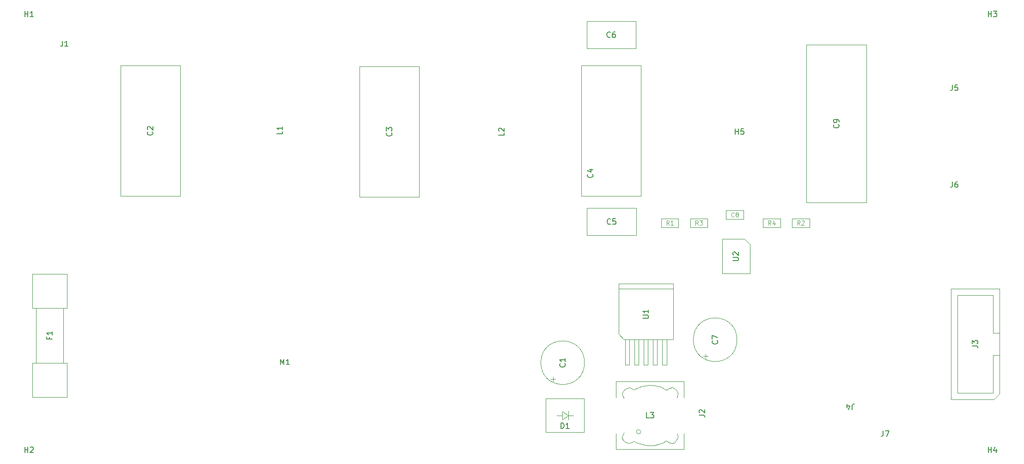
<source format=gbr>
G04 #@! TF.GenerationSoftware,KiCad,Pcbnew,7.0.2*
G04 #@! TF.CreationDate,2023-08-07T12:58:25+02:00*
G04 #@! TF.ProjectId,Module_3,4d6f6475-6c65-45f3-932e-6b696361645f,rev?*
G04 #@! TF.SameCoordinates,Original*
G04 #@! TF.FileFunction,AssemblyDrawing,Top*
%FSLAX46Y46*%
G04 Gerber Fmt 4.6, Leading zero omitted, Abs format (unit mm)*
G04 Created by KiCad (PCBNEW 7.0.2) date 2023-08-07 12:58:25*
%MOMM*%
%LPD*%
G01*
G04 APERTURE LIST*
%ADD10C,0.150000*%
%ADD11C,0.120000*%
%ADD12C,0.100000*%
G04 APERTURE END LIST*
D10*
X51943095Y-51670619D02*
X51943095Y-50670619D01*
X51943095Y-51146809D02*
X52514523Y-51146809D01*
X52514523Y-51670619D02*
X52514523Y-50670619D01*
X53514523Y-51670619D02*
X52943095Y-51670619D01*
X53228809Y-51670619D02*
X53228809Y-50670619D01*
X53228809Y-50670619D02*
X53133571Y-50813476D01*
X53133571Y-50813476D02*
X53038333Y-50908714D01*
X53038333Y-50908714D02*
X52943095Y-50956333D01*
X150862380Y-115354666D02*
X150910000Y-115402285D01*
X150910000Y-115402285D02*
X150957619Y-115545142D01*
X150957619Y-115545142D02*
X150957619Y-115640380D01*
X150957619Y-115640380D02*
X150910000Y-115783237D01*
X150910000Y-115783237D02*
X150814761Y-115878475D01*
X150814761Y-115878475D02*
X150719523Y-115926094D01*
X150719523Y-115926094D02*
X150529047Y-115973713D01*
X150529047Y-115973713D02*
X150386190Y-115973713D01*
X150386190Y-115973713D02*
X150195714Y-115926094D01*
X150195714Y-115926094D02*
X150100476Y-115878475D01*
X150100476Y-115878475D02*
X150005238Y-115783237D01*
X150005238Y-115783237D02*
X149957619Y-115640380D01*
X149957619Y-115640380D02*
X149957619Y-115545142D01*
X149957619Y-115545142D02*
X150005238Y-115402285D01*
X150005238Y-115402285D02*
X150052857Y-115354666D01*
X150957619Y-114402285D02*
X150957619Y-114973713D01*
X150957619Y-114687999D02*
X149957619Y-114687999D01*
X149957619Y-114687999D02*
X150100476Y-114783237D01*
X150100476Y-114783237D02*
X150195714Y-114878475D01*
X150195714Y-114878475D02*
X150243333Y-114973713D01*
X75297380Y-72784666D02*
X75345000Y-72832285D01*
X75345000Y-72832285D02*
X75392619Y-72975142D01*
X75392619Y-72975142D02*
X75392619Y-73070380D01*
X75392619Y-73070380D02*
X75345000Y-73213237D01*
X75345000Y-73213237D02*
X75249761Y-73308475D01*
X75249761Y-73308475D02*
X75154523Y-73356094D01*
X75154523Y-73356094D02*
X74964047Y-73403713D01*
X74964047Y-73403713D02*
X74821190Y-73403713D01*
X74821190Y-73403713D02*
X74630714Y-73356094D01*
X74630714Y-73356094D02*
X74535476Y-73308475D01*
X74535476Y-73308475D02*
X74440238Y-73213237D01*
X74440238Y-73213237D02*
X74392619Y-73070380D01*
X74392619Y-73070380D02*
X74392619Y-72975142D01*
X74392619Y-72975142D02*
X74440238Y-72832285D01*
X74440238Y-72832285D02*
X74487857Y-72784666D01*
X74487857Y-72403713D02*
X74440238Y-72356094D01*
X74440238Y-72356094D02*
X74392619Y-72260856D01*
X74392619Y-72260856D02*
X74392619Y-72022761D01*
X74392619Y-72022761D02*
X74440238Y-71927523D01*
X74440238Y-71927523D02*
X74487857Y-71879904D01*
X74487857Y-71879904D02*
X74583095Y-71832285D01*
X74583095Y-71832285D02*
X74678333Y-71832285D01*
X74678333Y-71832285D02*
X74821190Y-71879904D01*
X74821190Y-71879904D02*
X75392619Y-72451332D01*
X75392619Y-72451332D02*
X75392619Y-71832285D01*
X203533333Y-123767380D02*
X203533333Y-123053095D01*
X203533333Y-123053095D02*
X203580952Y-122910238D01*
X203580952Y-122910238D02*
X203676190Y-122815000D01*
X203676190Y-122815000D02*
X203819047Y-122767380D01*
X203819047Y-122767380D02*
X203914285Y-122767380D01*
X202628571Y-123434047D02*
X202628571Y-122767380D01*
X202866666Y-123815000D02*
X203104761Y-123100714D01*
X203104761Y-123100714D02*
X202485714Y-123100714D01*
X159218333Y-55385380D02*
X159170714Y-55433000D01*
X159170714Y-55433000D02*
X159027857Y-55480619D01*
X159027857Y-55480619D02*
X158932619Y-55480619D01*
X158932619Y-55480619D02*
X158789762Y-55433000D01*
X158789762Y-55433000D02*
X158694524Y-55337761D01*
X158694524Y-55337761D02*
X158646905Y-55242523D01*
X158646905Y-55242523D02*
X158599286Y-55052047D01*
X158599286Y-55052047D02*
X158599286Y-54909190D01*
X158599286Y-54909190D02*
X158646905Y-54718714D01*
X158646905Y-54718714D02*
X158694524Y-54623476D01*
X158694524Y-54623476D02*
X158789762Y-54528238D01*
X158789762Y-54528238D02*
X158932619Y-54480619D01*
X158932619Y-54480619D02*
X159027857Y-54480619D01*
X159027857Y-54480619D02*
X159170714Y-54528238D01*
X159170714Y-54528238D02*
X159218333Y-54575857D01*
X160075476Y-54480619D02*
X159885000Y-54480619D01*
X159885000Y-54480619D02*
X159789762Y-54528238D01*
X159789762Y-54528238D02*
X159742143Y-54575857D01*
X159742143Y-54575857D02*
X159646905Y-54718714D01*
X159646905Y-54718714D02*
X159599286Y-54909190D01*
X159599286Y-54909190D02*
X159599286Y-55290142D01*
X159599286Y-55290142D02*
X159646905Y-55385380D01*
X159646905Y-55385380D02*
X159694524Y-55433000D01*
X159694524Y-55433000D02*
X159789762Y-55480619D01*
X159789762Y-55480619D02*
X159980238Y-55480619D01*
X159980238Y-55480619D02*
X160075476Y-55433000D01*
X160075476Y-55433000D02*
X160123095Y-55385380D01*
X160123095Y-55385380D02*
X160170714Y-55290142D01*
X160170714Y-55290142D02*
X160170714Y-55052047D01*
X160170714Y-55052047D02*
X160123095Y-54956809D01*
X160123095Y-54956809D02*
X160075476Y-54909190D01*
X160075476Y-54909190D02*
X159980238Y-54861571D01*
X159980238Y-54861571D02*
X159789762Y-54861571D01*
X159789762Y-54861571D02*
X159694524Y-54909190D01*
X159694524Y-54909190D02*
X159646905Y-54956809D01*
X159646905Y-54956809D02*
X159599286Y-55052047D01*
X181712619Y-96429904D02*
X182522142Y-96429904D01*
X182522142Y-96429904D02*
X182617380Y-96382285D01*
X182617380Y-96382285D02*
X182665000Y-96334666D01*
X182665000Y-96334666D02*
X182712619Y-96239428D01*
X182712619Y-96239428D02*
X182712619Y-96048952D01*
X182712619Y-96048952D02*
X182665000Y-95953714D01*
X182665000Y-95953714D02*
X182617380Y-95906095D01*
X182617380Y-95906095D02*
X182522142Y-95858476D01*
X182522142Y-95858476D02*
X181712619Y-95858476D01*
X181807857Y-95429904D02*
X181760238Y-95382285D01*
X181760238Y-95382285D02*
X181712619Y-95287047D01*
X181712619Y-95287047D02*
X181712619Y-95048952D01*
X181712619Y-95048952D02*
X181760238Y-94953714D01*
X181760238Y-94953714D02*
X181807857Y-94906095D01*
X181807857Y-94906095D02*
X181903095Y-94858476D01*
X181903095Y-94858476D02*
X181998333Y-94858476D01*
X181998333Y-94858476D02*
X182141190Y-94906095D01*
X182141190Y-94906095D02*
X182712619Y-95477523D01*
X182712619Y-95477523D02*
X182712619Y-94858476D01*
X209216666Y-127692619D02*
X209216666Y-128406904D01*
X209216666Y-128406904D02*
X209169047Y-128549761D01*
X209169047Y-128549761D02*
X209073809Y-128645000D01*
X209073809Y-128645000D02*
X208930952Y-128692619D01*
X208930952Y-128692619D02*
X208835714Y-128692619D01*
X209597619Y-127692619D02*
X210264285Y-127692619D01*
X210264285Y-127692619D02*
X209835714Y-128692619D01*
X201027380Y-71474666D02*
X201075000Y-71522285D01*
X201075000Y-71522285D02*
X201122619Y-71665142D01*
X201122619Y-71665142D02*
X201122619Y-71760380D01*
X201122619Y-71760380D02*
X201075000Y-71903237D01*
X201075000Y-71903237D02*
X200979761Y-71998475D01*
X200979761Y-71998475D02*
X200884523Y-72046094D01*
X200884523Y-72046094D02*
X200694047Y-72093713D01*
X200694047Y-72093713D02*
X200551190Y-72093713D01*
X200551190Y-72093713D02*
X200360714Y-72046094D01*
X200360714Y-72046094D02*
X200265476Y-71998475D01*
X200265476Y-71998475D02*
X200170238Y-71903237D01*
X200170238Y-71903237D02*
X200122619Y-71760380D01*
X200122619Y-71760380D02*
X200122619Y-71665142D01*
X200122619Y-71665142D02*
X200170238Y-71522285D01*
X200170238Y-71522285D02*
X200217857Y-71474666D01*
X201122619Y-70998475D02*
X201122619Y-70807999D01*
X201122619Y-70807999D02*
X201075000Y-70712761D01*
X201075000Y-70712761D02*
X201027380Y-70665142D01*
X201027380Y-70665142D02*
X200884523Y-70569904D01*
X200884523Y-70569904D02*
X200694047Y-70522285D01*
X200694047Y-70522285D02*
X200313095Y-70522285D01*
X200313095Y-70522285D02*
X200217857Y-70569904D01*
X200217857Y-70569904D02*
X200170238Y-70617523D01*
X200170238Y-70617523D02*
X200122619Y-70712761D01*
X200122619Y-70712761D02*
X200122619Y-70903237D01*
X200122619Y-70903237D02*
X200170238Y-70998475D01*
X200170238Y-70998475D02*
X200217857Y-71046094D01*
X200217857Y-71046094D02*
X200313095Y-71093713D01*
X200313095Y-71093713D02*
X200551190Y-71093713D01*
X200551190Y-71093713D02*
X200646428Y-71046094D01*
X200646428Y-71046094D02*
X200694047Y-70998475D01*
X200694047Y-70998475D02*
X200741666Y-70903237D01*
X200741666Y-70903237D02*
X200741666Y-70712761D01*
X200741666Y-70712761D02*
X200694047Y-70617523D01*
X200694047Y-70617523D02*
X200646428Y-70569904D01*
X200646428Y-70569904D02*
X200551190Y-70522285D01*
D11*
X188654167Y-89905095D02*
X188387500Y-89524142D01*
X188197024Y-89905095D02*
X188197024Y-89105095D01*
X188197024Y-89105095D02*
X188501786Y-89105095D01*
X188501786Y-89105095D02*
X188577976Y-89143190D01*
X188577976Y-89143190D02*
X188616071Y-89181285D01*
X188616071Y-89181285D02*
X188654167Y-89257476D01*
X188654167Y-89257476D02*
X188654167Y-89371761D01*
X188654167Y-89371761D02*
X188616071Y-89447952D01*
X188616071Y-89447952D02*
X188577976Y-89486047D01*
X188577976Y-89486047D02*
X188501786Y-89524142D01*
X188501786Y-89524142D02*
X188197024Y-89524142D01*
X189339881Y-89371761D02*
X189339881Y-89905095D01*
X189149405Y-89067000D02*
X188958928Y-89638428D01*
X188958928Y-89638428D02*
X189454167Y-89638428D01*
D10*
X56453809Y-110538333D02*
X56453809Y-110871666D01*
X56977619Y-110871666D02*
X55977619Y-110871666D01*
X55977619Y-110871666D02*
X55977619Y-110395476D01*
X56977619Y-109490714D02*
X56977619Y-110062142D01*
X56977619Y-109776428D02*
X55977619Y-109776428D01*
X55977619Y-109776428D02*
X56120476Y-109871666D01*
X56120476Y-109871666D02*
X56215714Y-109966904D01*
X56215714Y-109966904D02*
X56263333Y-110062142D01*
X221916666Y-81972619D02*
X221916666Y-82686904D01*
X221916666Y-82686904D02*
X221869047Y-82829761D01*
X221869047Y-82829761D02*
X221773809Y-82925000D01*
X221773809Y-82925000D02*
X221630952Y-82972619D01*
X221630952Y-82972619D02*
X221535714Y-82972619D01*
X222821428Y-81972619D02*
X222630952Y-81972619D01*
X222630952Y-81972619D02*
X222535714Y-82020238D01*
X222535714Y-82020238D02*
X222488095Y-82067857D01*
X222488095Y-82067857D02*
X222392857Y-82210714D01*
X222392857Y-82210714D02*
X222345238Y-82401190D01*
X222345238Y-82401190D02*
X222345238Y-82782142D01*
X222345238Y-82782142D02*
X222392857Y-82877380D01*
X222392857Y-82877380D02*
X222440476Y-82925000D01*
X222440476Y-82925000D02*
X222535714Y-82972619D01*
X222535714Y-82972619D02*
X222726190Y-82972619D01*
X222726190Y-82972619D02*
X222821428Y-82925000D01*
X222821428Y-82925000D02*
X222869047Y-82877380D01*
X222869047Y-82877380D02*
X222916666Y-82782142D01*
X222916666Y-82782142D02*
X222916666Y-82544047D01*
X222916666Y-82544047D02*
X222869047Y-82448809D01*
X222869047Y-82448809D02*
X222821428Y-82401190D01*
X222821428Y-82401190D02*
X222726190Y-82353571D01*
X222726190Y-82353571D02*
X222535714Y-82353571D01*
X222535714Y-82353571D02*
X222440476Y-82401190D01*
X222440476Y-82401190D02*
X222392857Y-82448809D01*
X222392857Y-82448809D02*
X222345238Y-82544047D01*
X182118095Y-73260619D02*
X182118095Y-72260619D01*
X182118095Y-72736809D02*
X182689523Y-72736809D01*
X182689523Y-73260619D02*
X182689523Y-72260619D01*
X183641904Y-72260619D02*
X183165714Y-72260619D01*
X183165714Y-72260619D02*
X183118095Y-72736809D01*
X183118095Y-72736809D02*
X183165714Y-72689190D01*
X183165714Y-72689190D02*
X183260952Y-72641571D01*
X183260952Y-72641571D02*
X183499047Y-72641571D01*
X183499047Y-72641571D02*
X183594285Y-72689190D01*
X183594285Y-72689190D02*
X183641904Y-72736809D01*
X183641904Y-72736809D02*
X183689523Y-72832047D01*
X183689523Y-72832047D02*
X183689523Y-73070142D01*
X183689523Y-73070142D02*
X183641904Y-73165380D01*
X183641904Y-73165380D02*
X183594285Y-73213000D01*
X183594285Y-73213000D02*
X183499047Y-73260619D01*
X183499047Y-73260619D02*
X183260952Y-73260619D01*
X183260952Y-73260619D02*
X183165714Y-73213000D01*
X183165714Y-73213000D02*
X183118095Y-73165380D01*
X165197619Y-107036904D02*
X166007142Y-107036904D01*
X166007142Y-107036904D02*
X166102380Y-106989285D01*
X166102380Y-106989285D02*
X166150000Y-106941666D01*
X166150000Y-106941666D02*
X166197619Y-106846428D01*
X166197619Y-106846428D02*
X166197619Y-106655952D01*
X166197619Y-106655952D02*
X166150000Y-106560714D01*
X166150000Y-106560714D02*
X166102380Y-106513095D01*
X166102380Y-106513095D02*
X166007142Y-106465476D01*
X166007142Y-106465476D02*
X165197619Y-106465476D01*
X166197619Y-105465476D02*
X166197619Y-106036904D01*
X166197619Y-105751190D02*
X165197619Y-105751190D01*
X165197619Y-105751190D02*
X165340476Y-105846428D01*
X165340476Y-105846428D02*
X165435714Y-105941666D01*
X165435714Y-105941666D02*
X165483333Y-106036904D01*
X221916666Y-64192619D02*
X221916666Y-64906904D01*
X221916666Y-64906904D02*
X221869047Y-65049761D01*
X221869047Y-65049761D02*
X221773809Y-65145000D01*
X221773809Y-65145000D02*
X221630952Y-65192619D01*
X221630952Y-65192619D02*
X221535714Y-65192619D01*
X222869047Y-64192619D02*
X222392857Y-64192619D01*
X222392857Y-64192619D02*
X222345238Y-64668809D01*
X222345238Y-64668809D02*
X222392857Y-64621190D01*
X222392857Y-64621190D02*
X222488095Y-64573571D01*
X222488095Y-64573571D02*
X222726190Y-64573571D01*
X222726190Y-64573571D02*
X222821428Y-64621190D01*
X222821428Y-64621190D02*
X222869047Y-64668809D01*
X222869047Y-64668809D02*
X222916666Y-64764047D01*
X222916666Y-64764047D02*
X222916666Y-65002142D01*
X222916666Y-65002142D02*
X222869047Y-65097380D01*
X222869047Y-65097380D02*
X222821428Y-65145000D01*
X222821428Y-65145000D02*
X222726190Y-65192619D01*
X222726190Y-65192619D02*
X222488095Y-65192619D01*
X222488095Y-65192619D02*
X222392857Y-65145000D01*
X222392857Y-65145000D02*
X222345238Y-65097380D01*
X51943095Y-131680619D02*
X51943095Y-130680619D01*
X51943095Y-131156809D02*
X52514523Y-131156809D01*
X52514523Y-131680619D02*
X52514523Y-130680619D01*
X52943095Y-130775857D02*
X52990714Y-130728238D01*
X52990714Y-130728238D02*
X53085952Y-130680619D01*
X53085952Y-130680619D02*
X53324047Y-130680619D01*
X53324047Y-130680619D02*
X53419285Y-130728238D01*
X53419285Y-130728238D02*
X53466904Y-130775857D01*
X53466904Y-130775857D02*
X53514523Y-130871095D01*
X53514523Y-130871095D02*
X53514523Y-130966333D01*
X53514523Y-130966333D02*
X53466904Y-131109190D01*
X53466904Y-131109190D02*
X52895476Y-131680619D01*
X52895476Y-131680619D02*
X53514523Y-131680619D01*
X58848666Y-56104619D02*
X58848666Y-56818904D01*
X58848666Y-56818904D02*
X58801047Y-56961761D01*
X58801047Y-56961761D02*
X58705809Y-57057000D01*
X58705809Y-57057000D02*
X58562952Y-57104619D01*
X58562952Y-57104619D02*
X58467714Y-57104619D01*
X59848666Y-57104619D02*
X59277238Y-57104619D01*
X59562952Y-57104619D02*
X59562952Y-56104619D01*
X59562952Y-56104619D02*
X59467714Y-56247476D01*
X59467714Y-56247476D02*
X59372476Y-56342714D01*
X59372476Y-56342714D02*
X59277238Y-56390333D01*
X139781619Y-72964666D02*
X139781619Y-73440856D01*
X139781619Y-73440856D02*
X138781619Y-73440856D01*
X138876857Y-72678951D02*
X138829238Y-72631332D01*
X138829238Y-72631332D02*
X138781619Y-72536094D01*
X138781619Y-72536094D02*
X138781619Y-72297999D01*
X138781619Y-72297999D02*
X138829238Y-72202761D01*
X138829238Y-72202761D02*
X138876857Y-72155142D01*
X138876857Y-72155142D02*
X138972095Y-72107523D01*
X138972095Y-72107523D02*
X139067333Y-72107523D01*
X139067333Y-72107523D02*
X139210190Y-72155142D01*
X139210190Y-72155142D02*
X139781619Y-72726570D01*
X139781619Y-72726570D02*
X139781619Y-72107523D01*
X119112380Y-72964666D02*
X119160000Y-73012285D01*
X119160000Y-73012285D02*
X119207619Y-73155142D01*
X119207619Y-73155142D02*
X119207619Y-73250380D01*
X119207619Y-73250380D02*
X119160000Y-73393237D01*
X119160000Y-73393237D02*
X119064761Y-73488475D01*
X119064761Y-73488475D02*
X118969523Y-73536094D01*
X118969523Y-73536094D02*
X118779047Y-73583713D01*
X118779047Y-73583713D02*
X118636190Y-73583713D01*
X118636190Y-73583713D02*
X118445714Y-73536094D01*
X118445714Y-73536094D02*
X118350476Y-73488475D01*
X118350476Y-73488475D02*
X118255238Y-73393237D01*
X118255238Y-73393237D02*
X118207619Y-73250380D01*
X118207619Y-73250380D02*
X118207619Y-73155142D01*
X118207619Y-73155142D02*
X118255238Y-73012285D01*
X118255238Y-73012285D02*
X118302857Y-72964666D01*
X118207619Y-72631332D02*
X118207619Y-72012285D01*
X118207619Y-72012285D02*
X118588571Y-72345618D01*
X118588571Y-72345618D02*
X118588571Y-72202761D01*
X118588571Y-72202761D02*
X118636190Y-72107523D01*
X118636190Y-72107523D02*
X118683809Y-72059904D01*
X118683809Y-72059904D02*
X118779047Y-72012285D01*
X118779047Y-72012285D02*
X119017142Y-72012285D01*
X119017142Y-72012285D02*
X119112380Y-72059904D01*
X119112380Y-72059904D02*
X119160000Y-72107523D01*
X119160000Y-72107523D02*
X119207619Y-72202761D01*
X119207619Y-72202761D02*
X119207619Y-72488475D01*
X119207619Y-72488475D02*
X119160000Y-72583713D01*
X119160000Y-72583713D02*
X119112380Y-72631332D01*
D11*
X169989167Y-89905095D02*
X169722500Y-89524142D01*
X169532024Y-89905095D02*
X169532024Y-89105095D01*
X169532024Y-89105095D02*
X169836786Y-89105095D01*
X169836786Y-89105095D02*
X169912976Y-89143190D01*
X169912976Y-89143190D02*
X169951071Y-89181285D01*
X169951071Y-89181285D02*
X169989167Y-89257476D01*
X169989167Y-89257476D02*
X169989167Y-89371761D01*
X169989167Y-89371761D02*
X169951071Y-89447952D01*
X169951071Y-89447952D02*
X169912976Y-89486047D01*
X169912976Y-89486047D02*
X169836786Y-89524142D01*
X169836786Y-89524142D02*
X169532024Y-89524142D01*
X170751071Y-89905095D02*
X170293928Y-89905095D01*
X170522500Y-89905095D02*
X170522500Y-89105095D01*
X170522500Y-89105095D02*
X170446309Y-89219380D01*
X170446309Y-89219380D02*
X170370119Y-89295571D01*
X170370119Y-89295571D02*
X170293928Y-89333666D01*
D10*
X228473095Y-131680619D02*
X228473095Y-130680619D01*
X228473095Y-131156809D02*
X229044523Y-131156809D01*
X229044523Y-131680619D02*
X229044523Y-130680619D01*
X229949285Y-131013952D02*
X229949285Y-131680619D01*
X229711190Y-130633000D02*
X229473095Y-131347285D01*
X229473095Y-131347285D02*
X230092142Y-131347285D01*
X159278333Y-89675380D02*
X159230714Y-89723000D01*
X159230714Y-89723000D02*
X159087857Y-89770619D01*
X159087857Y-89770619D02*
X158992619Y-89770619D01*
X158992619Y-89770619D02*
X158849762Y-89723000D01*
X158849762Y-89723000D02*
X158754524Y-89627761D01*
X158754524Y-89627761D02*
X158706905Y-89532523D01*
X158706905Y-89532523D02*
X158659286Y-89342047D01*
X158659286Y-89342047D02*
X158659286Y-89199190D01*
X158659286Y-89199190D02*
X158706905Y-89008714D01*
X158706905Y-89008714D02*
X158754524Y-88913476D01*
X158754524Y-88913476D02*
X158849762Y-88818238D01*
X158849762Y-88818238D02*
X158992619Y-88770619D01*
X158992619Y-88770619D02*
X159087857Y-88770619D01*
X159087857Y-88770619D02*
X159230714Y-88818238D01*
X159230714Y-88818238D02*
X159278333Y-88865857D01*
X160183095Y-88770619D02*
X159706905Y-88770619D01*
X159706905Y-88770619D02*
X159659286Y-89246809D01*
X159659286Y-89246809D02*
X159706905Y-89199190D01*
X159706905Y-89199190D02*
X159802143Y-89151571D01*
X159802143Y-89151571D02*
X160040238Y-89151571D01*
X160040238Y-89151571D02*
X160135476Y-89199190D01*
X160135476Y-89199190D02*
X160183095Y-89246809D01*
X160183095Y-89246809D02*
X160230714Y-89342047D01*
X160230714Y-89342047D02*
X160230714Y-89580142D01*
X160230714Y-89580142D02*
X160183095Y-89675380D01*
X160183095Y-89675380D02*
X160135476Y-89723000D01*
X160135476Y-89723000D02*
X160040238Y-89770619D01*
X160040238Y-89770619D02*
X159802143Y-89770619D01*
X159802143Y-89770619D02*
X159706905Y-89723000D01*
X159706905Y-89723000D02*
X159659286Y-89675380D01*
D11*
X193984167Y-89905095D02*
X193717500Y-89524142D01*
X193527024Y-89905095D02*
X193527024Y-89105095D01*
X193527024Y-89105095D02*
X193831786Y-89105095D01*
X193831786Y-89105095D02*
X193907976Y-89143190D01*
X193907976Y-89143190D02*
X193946071Y-89181285D01*
X193946071Y-89181285D02*
X193984167Y-89257476D01*
X193984167Y-89257476D02*
X193984167Y-89371761D01*
X193984167Y-89371761D02*
X193946071Y-89447952D01*
X193946071Y-89447952D02*
X193907976Y-89486047D01*
X193907976Y-89486047D02*
X193831786Y-89524142D01*
X193831786Y-89524142D02*
X193527024Y-89524142D01*
X194288928Y-89181285D02*
X194327024Y-89143190D01*
X194327024Y-89143190D02*
X194403214Y-89105095D01*
X194403214Y-89105095D02*
X194593690Y-89105095D01*
X194593690Y-89105095D02*
X194669881Y-89143190D01*
X194669881Y-89143190D02*
X194707976Y-89181285D01*
X194707976Y-89181285D02*
X194746071Y-89257476D01*
X194746071Y-89257476D02*
X194746071Y-89333666D01*
X194746071Y-89333666D02*
X194707976Y-89447952D01*
X194707976Y-89447952D02*
X194250833Y-89905095D01*
X194250833Y-89905095D02*
X194746071Y-89905095D01*
D10*
X178802380Y-111136666D02*
X178850000Y-111184285D01*
X178850000Y-111184285D02*
X178897619Y-111327142D01*
X178897619Y-111327142D02*
X178897619Y-111422380D01*
X178897619Y-111422380D02*
X178850000Y-111565237D01*
X178850000Y-111565237D02*
X178754761Y-111660475D01*
X178754761Y-111660475D02*
X178659523Y-111708094D01*
X178659523Y-111708094D02*
X178469047Y-111755713D01*
X178469047Y-111755713D02*
X178326190Y-111755713D01*
X178326190Y-111755713D02*
X178135714Y-111708094D01*
X178135714Y-111708094D02*
X178040476Y-111660475D01*
X178040476Y-111660475D02*
X177945238Y-111565237D01*
X177945238Y-111565237D02*
X177897619Y-111422380D01*
X177897619Y-111422380D02*
X177897619Y-111327142D01*
X177897619Y-111327142D02*
X177945238Y-111184285D01*
X177945238Y-111184285D02*
X177992857Y-111136666D01*
X177897619Y-110803332D02*
X177897619Y-110136666D01*
X177897619Y-110136666D02*
X178897619Y-110565237D01*
X98758476Y-115524619D02*
X98758476Y-114524619D01*
X98758476Y-114524619D02*
X99091809Y-115238904D01*
X99091809Y-115238904D02*
X99425142Y-114524619D01*
X99425142Y-114524619D02*
X99425142Y-115524619D01*
X100425142Y-115524619D02*
X99853714Y-115524619D01*
X100139428Y-115524619D02*
X100139428Y-114524619D01*
X100139428Y-114524619D02*
X100044190Y-114667476D01*
X100044190Y-114667476D02*
X99948952Y-114762714D01*
X99948952Y-114762714D02*
X99853714Y-114810333D01*
D11*
X175319167Y-89905095D02*
X175052500Y-89524142D01*
X174862024Y-89905095D02*
X174862024Y-89105095D01*
X174862024Y-89105095D02*
X175166786Y-89105095D01*
X175166786Y-89105095D02*
X175242976Y-89143190D01*
X175242976Y-89143190D02*
X175281071Y-89181285D01*
X175281071Y-89181285D02*
X175319167Y-89257476D01*
X175319167Y-89257476D02*
X175319167Y-89371761D01*
X175319167Y-89371761D02*
X175281071Y-89447952D01*
X175281071Y-89447952D02*
X175242976Y-89486047D01*
X175242976Y-89486047D02*
X175166786Y-89524142D01*
X175166786Y-89524142D02*
X174862024Y-89524142D01*
X175585833Y-89105095D02*
X176081071Y-89105095D01*
X176081071Y-89105095D02*
X175814405Y-89409857D01*
X175814405Y-89409857D02*
X175928690Y-89409857D01*
X175928690Y-89409857D02*
X176004881Y-89447952D01*
X176004881Y-89447952D02*
X176042976Y-89486047D01*
X176042976Y-89486047D02*
X176081071Y-89562238D01*
X176081071Y-89562238D02*
X176081071Y-89752714D01*
X176081071Y-89752714D02*
X176042976Y-89828904D01*
X176042976Y-89828904D02*
X176004881Y-89867000D01*
X176004881Y-89867000D02*
X175928690Y-89905095D01*
X175928690Y-89905095D02*
X175700119Y-89905095D01*
X175700119Y-89905095D02*
X175623928Y-89867000D01*
X175623928Y-89867000D02*
X175585833Y-89828904D01*
D10*
X99141619Y-72710666D02*
X99141619Y-73186856D01*
X99141619Y-73186856D02*
X98141619Y-73186856D01*
X99141619Y-71853523D02*
X99141619Y-72424951D01*
X99141619Y-72139237D02*
X98141619Y-72139237D01*
X98141619Y-72139237D02*
X98284476Y-72234475D01*
X98284476Y-72234475D02*
X98379714Y-72329713D01*
X98379714Y-72329713D02*
X98427333Y-72424951D01*
D11*
X181906667Y-88331904D02*
X181868571Y-88370000D01*
X181868571Y-88370000D02*
X181754286Y-88408095D01*
X181754286Y-88408095D02*
X181678095Y-88408095D01*
X181678095Y-88408095D02*
X181563809Y-88370000D01*
X181563809Y-88370000D02*
X181487619Y-88293809D01*
X181487619Y-88293809D02*
X181449524Y-88217619D01*
X181449524Y-88217619D02*
X181411428Y-88065238D01*
X181411428Y-88065238D02*
X181411428Y-87950952D01*
X181411428Y-87950952D02*
X181449524Y-87798571D01*
X181449524Y-87798571D02*
X181487619Y-87722380D01*
X181487619Y-87722380D02*
X181563809Y-87646190D01*
X181563809Y-87646190D02*
X181678095Y-87608095D01*
X181678095Y-87608095D02*
X181754286Y-87608095D01*
X181754286Y-87608095D02*
X181868571Y-87646190D01*
X181868571Y-87646190D02*
X181906667Y-87684285D01*
X182363809Y-87950952D02*
X182287619Y-87912857D01*
X182287619Y-87912857D02*
X182249524Y-87874761D01*
X182249524Y-87874761D02*
X182211428Y-87798571D01*
X182211428Y-87798571D02*
X182211428Y-87760476D01*
X182211428Y-87760476D02*
X182249524Y-87684285D01*
X182249524Y-87684285D02*
X182287619Y-87646190D01*
X182287619Y-87646190D02*
X182363809Y-87608095D01*
X182363809Y-87608095D02*
X182516190Y-87608095D01*
X182516190Y-87608095D02*
X182592381Y-87646190D01*
X182592381Y-87646190D02*
X182630476Y-87684285D01*
X182630476Y-87684285D02*
X182668571Y-87760476D01*
X182668571Y-87760476D02*
X182668571Y-87798571D01*
X182668571Y-87798571D02*
X182630476Y-87874761D01*
X182630476Y-87874761D02*
X182592381Y-87912857D01*
X182592381Y-87912857D02*
X182516190Y-87950952D01*
X182516190Y-87950952D02*
X182363809Y-87950952D01*
X182363809Y-87950952D02*
X182287619Y-87989047D01*
X182287619Y-87989047D02*
X182249524Y-88027142D01*
X182249524Y-88027142D02*
X182211428Y-88103333D01*
X182211428Y-88103333D02*
X182211428Y-88255714D01*
X182211428Y-88255714D02*
X182249524Y-88331904D01*
X182249524Y-88331904D02*
X182287619Y-88370000D01*
X182287619Y-88370000D02*
X182363809Y-88408095D01*
X182363809Y-88408095D02*
X182516190Y-88408095D01*
X182516190Y-88408095D02*
X182592381Y-88370000D01*
X182592381Y-88370000D02*
X182630476Y-88331904D01*
X182630476Y-88331904D02*
X182668571Y-88255714D01*
X182668571Y-88255714D02*
X182668571Y-88103333D01*
X182668571Y-88103333D02*
X182630476Y-88027142D01*
X182630476Y-88027142D02*
X182592381Y-87989047D01*
X182592381Y-87989047D02*
X182516190Y-87950952D01*
D10*
X150166905Y-127230619D02*
X150166905Y-126230619D01*
X150166905Y-126230619D02*
X150405000Y-126230619D01*
X150405000Y-126230619D02*
X150547857Y-126278238D01*
X150547857Y-126278238D02*
X150643095Y-126373476D01*
X150643095Y-126373476D02*
X150690714Y-126468714D01*
X150690714Y-126468714D02*
X150738333Y-126659190D01*
X150738333Y-126659190D02*
X150738333Y-126802047D01*
X150738333Y-126802047D02*
X150690714Y-126992523D01*
X150690714Y-126992523D02*
X150643095Y-127087761D01*
X150643095Y-127087761D02*
X150547857Y-127183000D01*
X150547857Y-127183000D02*
X150405000Y-127230619D01*
X150405000Y-127230619D02*
X150166905Y-127230619D01*
X151690714Y-127230619D02*
X151119286Y-127230619D01*
X151405000Y-127230619D02*
X151405000Y-126230619D01*
X151405000Y-126230619D02*
X151309762Y-126373476D01*
X151309762Y-126373476D02*
X151214524Y-126468714D01*
X151214524Y-126468714D02*
X151119286Y-126516333D01*
X228473095Y-51670619D02*
X228473095Y-50670619D01*
X228473095Y-51146809D02*
X229044523Y-51146809D01*
X229044523Y-51670619D02*
X229044523Y-50670619D01*
X229425476Y-50670619D02*
X230044523Y-50670619D01*
X230044523Y-50670619D02*
X229711190Y-51051571D01*
X229711190Y-51051571D02*
X229854047Y-51051571D01*
X229854047Y-51051571D02*
X229949285Y-51099190D01*
X229949285Y-51099190D02*
X229996904Y-51146809D01*
X229996904Y-51146809D02*
X230044523Y-51242047D01*
X230044523Y-51242047D02*
X230044523Y-51480142D01*
X230044523Y-51480142D02*
X229996904Y-51575380D01*
X229996904Y-51575380D02*
X229949285Y-51623000D01*
X229949285Y-51623000D02*
X229854047Y-51670619D01*
X229854047Y-51670619D02*
X229568333Y-51670619D01*
X229568333Y-51670619D02*
X229473095Y-51623000D01*
X229473095Y-51623000D02*
X229425476Y-51575380D01*
X155942380Y-80584666D02*
X155990000Y-80632285D01*
X155990000Y-80632285D02*
X156037619Y-80775142D01*
X156037619Y-80775142D02*
X156037619Y-80870380D01*
X156037619Y-80870380D02*
X155990000Y-81013237D01*
X155990000Y-81013237D02*
X155894761Y-81108475D01*
X155894761Y-81108475D02*
X155799523Y-81156094D01*
X155799523Y-81156094D02*
X155609047Y-81203713D01*
X155609047Y-81203713D02*
X155466190Y-81203713D01*
X155466190Y-81203713D02*
X155275714Y-81156094D01*
X155275714Y-81156094D02*
X155180476Y-81108475D01*
X155180476Y-81108475D02*
X155085238Y-81013237D01*
X155085238Y-81013237D02*
X155037619Y-80870380D01*
X155037619Y-80870380D02*
X155037619Y-80775142D01*
X155037619Y-80775142D02*
X155085238Y-80632285D01*
X155085238Y-80632285D02*
X155132857Y-80584666D01*
X155370952Y-79727523D02*
X156037619Y-79727523D01*
X154990000Y-79965618D02*
X155704285Y-80203713D01*
X155704285Y-80203713D02*
X155704285Y-79584666D01*
X175484619Y-124793333D02*
X176198904Y-124793333D01*
X176198904Y-124793333D02*
X176341761Y-124840952D01*
X176341761Y-124840952D02*
X176437000Y-124936190D01*
X176437000Y-124936190D02*
X176484619Y-125079047D01*
X176484619Y-125079047D02*
X176484619Y-125174285D01*
X175579857Y-124364761D02*
X175532238Y-124317142D01*
X175532238Y-124317142D02*
X175484619Y-124221904D01*
X175484619Y-124221904D02*
X175484619Y-123983809D01*
X175484619Y-123983809D02*
X175532238Y-123888571D01*
X175532238Y-123888571D02*
X175579857Y-123840952D01*
X175579857Y-123840952D02*
X175675095Y-123793333D01*
X175675095Y-123793333D02*
X175770333Y-123793333D01*
X175770333Y-123793333D02*
X175913190Y-123840952D01*
X175913190Y-123840952D02*
X176484619Y-124412380D01*
X176484619Y-124412380D02*
X176484619Y-123793333D01*
X225522619Y-112093333D02*
X226236904Y-112093333D01*
X226236904Y-112093333D02*
X226379761Y-112140952D01*
X226379761Y-112140952D02*
X226475000Y-112236190D01*
X226475000Y-112236190D02*
X226522619Y-112379047D01*
X226522619Y-112379047D02*
X226522619Y-112474285D01*
X225522619Y-111712380D02*
X225522619Y-111093333D01*
X225522619Y-111093333D02*
X225903571Y-111426666D01*
X225903571Y-111426666D02*
X225903571Y-111283809D01*
X225903571Y-111283809D02*
X225951190Y-111188571D01*
X225951190Y-111188571D02*
X225998809Y-111140952D01*
X225998809Y-111140952D02*
X226094047Y-111093333D01*
X226094047Y-111093333D02*
X226332142Y-111093333D01*
X226332142Y-111093333D02*
X226427380Y-111140952D01*
X226427380Y-111140952D02*
X226475000Y-111188571D01*
X226475000Y-111188571D02*
X226522619Y-111283809D01*
X226522619Y-111283809D02*
X226522619Y-111569523D01*
X226522619Y-111569523D02*
X226475000Y-111664761D01*
X226475000Y-111664761D02*
X226427380Y-111712380D01*
X166330333Y-125330619D02*
X165854143Y-125330619D01*
X165854143Y-125330619D02*
X165854143Y-124330619D01*
X166568429Y-124330619D02*
X167187476Y-124330619D01*
X167187476Y-124330619D02*
X166854143Y-124711571D01*
X166854143Y-124711571D02*
X166997000Y-124711571D01*
X166997000Y-124711571D02*
X167092238Y-124759190D01*
X167092238Y-124759190D02*
X167139857Y-124806809D01*
X167139857Y-124806809D02*
X167187476Y-124902047D01*
X167187476Y-124902047D02*
X167187476Y-125140142D01*
X167187476Y-125140142D02*
X167139857Y-125235380D01*
X167139857Y-125235380D02*
X167092238Y-125283000D01*
X167092238Y-125283000D02*
X166997000Y-125330619D01*
X166997000Y-125330619D02*
X166711286Y-125330619D01*
X166711286Y-125330619D02*
X166616048Y-125283000D01*
X166616048Y-125283000D02*
X166568429Y-125235380D01*
D12*
X148747500Y-118614759D02*
X148747500Y-117814759D01*
X148347500Y-118214759D02*
X149147500Y-118214759D01*
X154495000Y-115188000D02*
G75*
G03*
X154495000Y-115188000I-4000000J0D01*
G01*
X69480000Y-84618000D02*
X80380000Y-84618000D01*
X80380000Y-84618000D02*
X80380000Y-60618000D01*
X69480000Y-60618000D02*
X69480000Y-84618000D01*
X80380000Y-60618000D02*
X69480000Y-60618000D01*
X154885000Y-52518000D02*
X154885000Y-57518000D01*
X154885000Y-57518000D02*
X163885000Y-57518000D01*
X163885000Y-52518000D02*
X154885000Y-52518000D01*
X163885000Y-57518000D02*
X163885000Y-52518000D01*
X183790000Y-92493000D02*
X184790000Y-93493000D01*
X179710000Y-92493000D02*
X183790000Y-92493000D01*
X184790000Y-93493000D02*
X184790000Y-98843000D01*
X184790000Y-98843000D02*
X179710000Y-98843000D01*
X179710000Y-98843000D02*
X179710000Y-92493000D01*
X206160000Y-56808000D02*
X195160000Y-56808000D01*
X195160000Y-56808000D02*
X195160000Y-85808000D01*
X206160000Y-85808000D02*
X206160000Y-56808000D01*
X195160000Y-85808000D02*
X206160000Y-85808000D01*
X190387500Y-90335000D02*
X187187500Y-90335000D01*
X190387500Y-88735000D02*
X190387500Y-90335000D01*
X187187500Y-90335000D02*
X187187500Y-88735000D01*
X187187500Y-88735000D02*
X190387500Y-88735000D01*
X59690000Y-98905000D02*
X59690000Y-105155000D01*
X53340000Y-98905000D02*
X59690000Y-98905000D01*
X59690000Y-105155000D02*
X53340000Y-105155000D01*
X59015000Y-105155000D02*
X59015000Y-115255000D01*
X53340000Y-105155000D02*
X53340000Y-98905000D01*
X59690000Y-115255000D02*
X53340000Y-115255000D01*
X54015000Y-115255000D02*
X54015000Y-105155000D01*
X53340000Y-115255000D02*
X53340000Y-121505000D01*
X59690000Y-121505000D02*
X59690000Y-115255000D01*
X53340000Y-121505000D02*
X59690000Y-121505000D01*
X161935000Y-115600000D02*
X162735000Y-115600000D01*
X162735000Y-115600000D02*
X162735000Y-110900000D01*
X163635000Y-115600000D02*
X164435000Y-115600000D01*
X164435000Y-115600000D02*
X164435000Y-110900000D01*
X165335000Y-115600000D02*
X166135000Y-115600000D01*
X166135000Y-115600000D02*
X166135000Y-110900000D01*
X167035000Y-115600000D02*
X167835000Y-115600000D01*
X167835000Y-115600000D02*
X167835000Y-110900000D01*
X168735000Y-115600000D02*
X169535000Y-115600000D01*
X169535000Y-115600000D02*
X169535000Y-110900000D01*
X161735000Y-110900000D02*
X160735000Y-109900000D01*
X161935000Y-110900000D02*
X161935000Y-115600000D01*
X163635000Y-110900000D02*
X163635000Y-115600000D01*
X165335000Y-110900000D02*
X165335000Y-115600000D01*
X167035000Y-110900000D02*
X167035000Y-115600000D01*
X168735000Y-110900000D02*
X168735000Y-115600000D01*
X170735000Y-110900000D02*
X161735000Y-110900000D01*
X160735000Y-109900000D02*
X160735000Y-101650000D01*
X160735000Y-101650000D02*
X170735000Y-101650000D01*
X160735000Y-101650000D02*
X160735000Y-100650000D01*
X170735000Y-101650000D02*
X170735000Y-110900000D01*
X160735000Y-100650000D02*
X170735000Y-100650000D01*
X170735000Y-100650000D02*
X170735000Y-101650000D01*
X113295000Y-84798000D02*
X124195000Y-84798000D01*
X124195000Y-84798000D02*
X124195000Y-60798000D01*
X113295000Y-60798000D02*
X113295000Y-84798000D01*
X124195000Y-60798000D02*
X113295000Y-60798000D01*
X168522500Y-88735000D02*
X171722500Y-88735000D01*
X168522500Y-90335000D02*
X168522500Y-88735000D01*
X171722500Y-88735000D02*
X171722500Y-90335000D01*
X171722500Y-90335000D02*
X168522500Y-90335000D01*
X163945000Y-91808000D02*
X163945000Y-86808000D01*
X163945000Y-86808000D02*
X154945000Y-86808000D01*
X154945000Y-91808000D02*
X163945000Y-91808000D01*
X154945000Y-86808000D02*
X154945000Y-91808000D01*
X195717500Y-90335000D02*
X192517500Y-90335000D01*
X195717500Y-88735000D02*
X195717500Y-90335000D01*
X192517500Y-90335000D02*
X192517500Y-88735000D01*
X192517500Y-88735000D02*
X195717500Y-88735000D01*
X176687500Y-114396759D02*
X176687500Y-113596759D01*
X176287500Y-113996759D02*
X177087500Y-113996759D01*
X182435000Y-110970000D02*
G75*
G03*
X182435000Y-110970000I-4000000J0D01*
G01*
X173852500Y-88735000D02*
X177052500Y-88735000D01*
X173852500Y-90335000D02*
X173852500Y-88735000D01*
X177052500Y-88735000D02*
X177052500Y-90335000D01*
X177052500Y-90335000D02*
X173852500Y-90335000D01*
X183640000Y-88838000D02*
X180440000Y-88838000D01*
X183640000Y-87238000D02*
X183640000Y-88838000D01*
X180440000Y-88838000D02*
X180440000Y-87238000D01*
X180440000Y-87238000D02*
X183640000Y-87238000D01*
X154455000Y-121768000D02*
X154455000Y-127968000D01*
X151554440Y-125667080D02*
X151554440Y-124066880D01*
X151554440Y-124866980D02*
X152456140Y-124866980D01*
X151554440Y-124866980D02*
X150403820Y-125667080D01*
X151554440Y-124866980D02*
X150403820Y-124117680D01*
X150403820Y-124866980D02*
X149405600Y-124866980D01*
X150403820Y-124117680D02*
X150403820Y-125667080D01*
X147355000Y-127968000D02*
X154455000Y-127968000D01*
X147355000Y-127968000D02*
X147355000Y-121768000D01*
X147355000Y-121768000D02*
X154455000Y-121768000D01*
X153935000Y-84618000D02*
X164835000Y-84618000D01*
X164835000Y-84618000D02*
X164835000Y-60618000D01*
X153935000Y-60618000D02*
X153935000Y-84618000D01*
X164835000Y-60618000D02*
X153935000Y-60618000D01*
X230510000Y-120940000D02*
X229510000Y-121940000D01*
X230510000Y-113810000D02*
X229310000Y-113810000D01*
X230510000Y-101580000D02*
X230510000Y-120940000D01*
X229510000Y-121940000D02*
X221610000Y-121940000D01*
X229310000Y-120750000D02*
X222810000Y-120750000D01*
X229310000Y-113810000D02*
X229310000Y-120750000D01*
X229310000Y-109710000D02*
X230510000Y-109710000D01*
X229310000Y-109710000D02*
X229310000Y-109710000D01*
X229310000Y-102770000D02*
X229310000Y-109710000D01*
X222810000Y-120750000D02*
X222810000Y-102770000D01*
X222810000Y-102770000D02*
X229310000Y-102770000D01*
X221610000Y-121940000D02*
X221610000Y-101580000D01*
X221610000Y-101580000D02*
X230510000Y-101580000D01*
X160297000Y-118668000D02*
X160297000Y-121568000D01*
X160297000Y-128168000D02*
X160297000Y-131068000D01*
X160297000Y-131068000D02*
X172697000Y-131068000D01*
X161397000Y-120868000D02*
X161497000Y-121368000D01*
X161397000Y-128968000D02*
X161497000Y-128468000D01*
X161497000Y-121368000D02*
X161697000Y-121668000D01*
X161497000Y-128468000D02*
X161697000Y-128068000D01*
X161597000Y-120368000D02*
X161397000Y-120868000D01*
X161597000Y-129468000D02*
X161397000Y-128968000D01*
X161897000Y-120068000D02*
X161597000Y-120368000D01*
X161897000Y-129668000D02*
X161597000Y-129468000D01*
X162197000Y-129868000D02*
X161897000Y-129668000D01*
X162297000Y-119868000D02*
X161897000Y-120068000D01*
X162597000Y-129968000D02*
X162197000Y-129868000D01*
X162797000Y-119768000D02*
X162297000Y-119868000D01*
X163197000Y-119968000D02*
X162797000Y-119768000D01*
X163197000Y-129768000D02*
X162597000Y-129968000D01*
X163497000Y-120168000D02*
X163197000Y-119968000D01*
X163497000Y-129568000D02*
X163197000Y-129768000D01*
X163897000Y-119968000D02*
X163497000Y-120168000D01*
X163897000Y-129768000D02*
X163497000Y-129568000D01*
X164397000Y-129968000D02*
X163897000Y-129768000D01*
X164797000Y-119568000D02*
X163897000Y-119968000D01*
X164997000Y-130168000D02*
X164397000Y-129968000D01*
X165697000Y-119368000D02*
X164797000Y-119568000D01*
X165897000Y-130368000D02*
X164997000Y-130168000D01*
X166497000Y-119268000D02*
X165697000Y-119368000D01*
X167097000Y-130368000D02*
X165897000Y-130368000D01*
X167397000Y-119368000D02*
X166497000Y-119268000D01*
X168097000Y-130168000D02*
X167097000Y-130368000D01*
X168197000Y-119568000D02*
X167397000Y-119368000D01*
X168697000Y-119768000D02*
X168197000Y-119568000D01*
X168897000Y-129868000D02*
X168097000Y-130168000D01*
X169097000Y-119968000D02*
X168697000Y-119768000D01*
X169497000Y-120268000D02*
X169097000Y-119968000D01*
X169497000Y-129468000D02*
X168897000Y-129868000D01*
X169597000Y-129568000D02*
X169497000Y-129468000D01*
X169797000Y-119968000D02*
X169497000Y-120268000D01*
X169997000Y-129868000D02*
X169597000Y-129568000D01*
X170097000Y-119868000D02*
X169797000Y-119968000D01*
X170397000Y-119768000D02*
X170097000Y-119868000D01*
X170497000Y-129968000D02*
X169997000Y-129868000D01*
X170697000Y-119768000D02*
X170397000Y-119768000D01*
X170997000Y-119968000D02*
X170697000Y-119768000D01*
X170997000Y-129868000D02*
X170497000Y-129968000D01*
X171297000Y-120168000D02*
X170997000Y-119968000D01*
X171297000Y-129468000D02*
X170997000Y-129868000D01*
X171397000Y-121568000D02*
X171497000Y-121268000D01*
X171397000Y-128168000D02*
X171497000Y-128268000D01*
X171497000Y-120568000D02*
X171297000Y-120168000D01*
X171497000Y-121268000D02*
X171597000Y-120868000D01*
X171497000Y-128268000D02*
X171597000Y-128668000D01*
X171497000Y-129168000D02*
X171297000Y-129468000D01*
X171597000Y-120868000D02*
X171497000Y-120568000D01*
X171597000Y-128668000D02*
X171497000Y-129168000D01*
X172697000Y-118668000D02*
X160297000Y-118668000D01*
X172697000Y-118668000D02*
X172697000Y-121568000D01*
X172697000Y-131068000D02*
X172697000Y-128168000D01*
X164787512Y-127868000D02*
G75*
G03*
X164787512Y-127868000I-390512J0D01*
G01*
M02*

</source>
